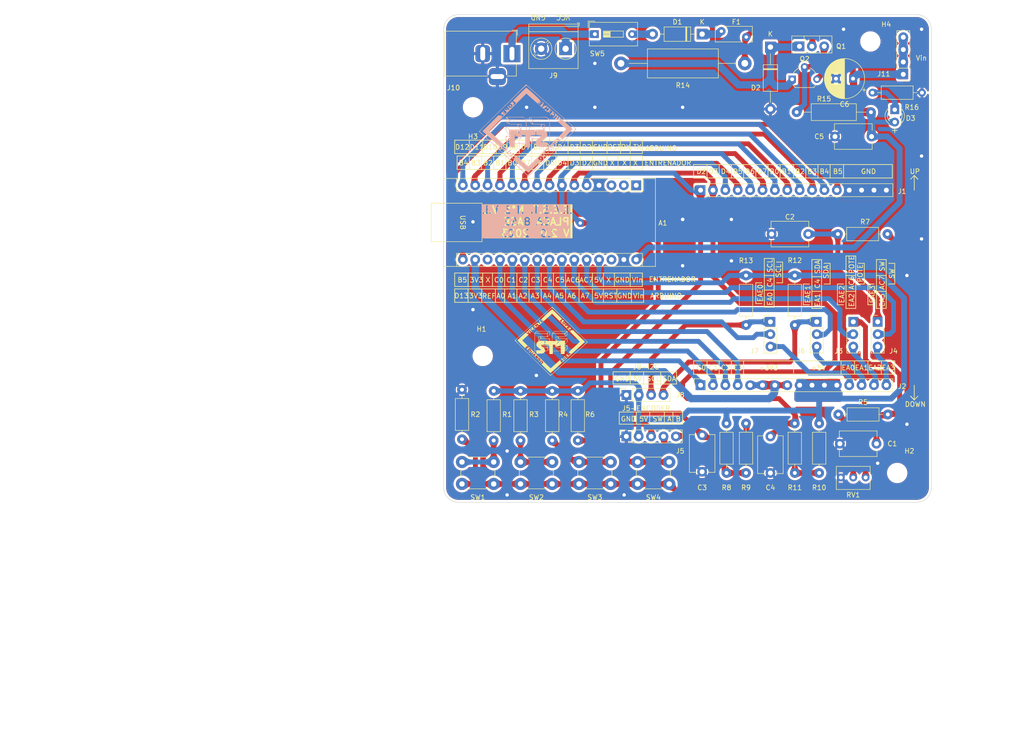
<source format=kicad_pcb>
(kicad_pcb (version 20221018) (generator pcbnew)
  (title_block (title "Placa Base") (date "2023-01-20") (rev "Rev. 2.0") (company "E.E.S.T. N°1 V.L."))
  (layers (0 "F.Cu" signal) (31 "B.Cu" signal) (34 "B.Paste" user) (35 "F.Paste" user) (36 "B.SilkS" user "B.Silkscreen") (37 "F.SilkS" user "F.Silkscreen") (38 "B.Mask" user) (39 "F.Mask" user) (44 "Edge.Cuts" user))
  (net 0 "")
  (net 4 "GND")
  (net 5 "/PD2")
  (net 6 "/PD3")
  (net 7 "/PD4")
  (net 8 "/PD5")
  (net 9 "/PD6")
  (net 10 "/PD7")
  (net 11 "/PB0")
  (net 12 "/PB1")
  (net 13 "/PB2")
  (net 14 "/PB3")
  (net 15 "/PB4")
  (net 16 "/PB5")
  (net 17 "+3.3V")
  (net 19 "/PC0")
  (net 20 "/PC1")
  (net 21 "/PC2")
  (net 22 "/PC3")
  (net 23 "/PC4")
  (net 24 "/PC5")
  (net 25 "/AC6")
  (net 26 "/AC7")
  (net 27 "+5V")
  (net 29 "Vin")
  (net 30 "/pote_filtrado")
  (net 31 "/puls_filtrado")
  (net 32 "Net-(D1-K)")
  (net 33 "Net-(D1-A)")
  (net 34 "Net-(D2-K)")
  (net 35 "Net-(Q1-E)")
  (net 36 "/EAE0")
  (net 37 "/EAE1")
  (net 38 "/EAE2")
  (net 39 "/EAE3")
  (net 40 "/Enc_A")
  (net 41 "/Enc_B")
  (net 42 "/SDA")
  (net 43 "/SCL")
  (net 44 "Net-(Q1-C)")
  (net 45 "Net-(R1-Pad2)")
  (net 46 "/pulsadores")
  (net 47 "Net-(R3-Pad2)")
  (net 48 "Net-(R4-Pad2)")
  (net 49 "/pote")
  (net 50 "Net-(R6-Pad2)")
  (net 51 "/Vcc")
  (net 52 "Net-(D3-K)")
  (footprint "Button_Switch_THT:SW_PUSH_6mm_H8mm" (layer "F.Cu") (at 127.25 136.25 180)
    (fp_text reference "SW1")
    (fp_text value "SW_Push")
  )
  (footprint "MountingHole:MountingHole_3.2mm_M3" (layer "F.Cu") (at 123 59)
    (fp_text reference "H3")
    (fp_text value "MountingHole")
  )
  (footprint "MountingHole:MountingHole_3.2mm_M3" (layer "F.Cu") (at 204.5 45.5)
    (fp_text reference "H4")
    (fp_text value "MountingHole")
  )
  (footprint "LOGO" (layer "F.Cu") (at 139 107)
    (fp_text reference "G***" hide)
    (fp_text value "LOGO" hide)
  )
  (footprint "LED_THT:LED_D3.0mm" (layer "F.Cu") (at 209.5 59.5 -90)
    (fp_text reference "D3")
    (fp_text value "LED")
  )
  (footprint "Resistor_THT:R_Axial_DIN0614_L14.3mm_D5.7mm_P25.40mm_Horizontal" (layer "F.Cu") (at 178.75 50 180)
    (fp_text reference "R14")
    (fp_text value "56 1W")
  )
  (footprint "Connector_PinHeader_2.54mm:PinHeader_1x03_P2.54mm_Vertical" (layer "F.Cu") (at 193.5 103)
    (fp_text reference "J6")
    (fp_text value "Conn_01x03 Macho")
  )
  (footprint "Package_TO_SOT_THT:TO-92L_Wide" (layer "F.Cu") (at 188.46 53.25)
    (fp_text reference "Q2")
    (fp_text value "BC337")
  )
  (footprint "Capacitor_THT:C_Disc_D7.5mm_W5.0mm_P7.50mm" (layer "F.Cu") (at 170 126.25 -90)
    (fp_text reference "C3")
    (fp_text value "100nF poliester ")
  )
  (footprint "Resistor_THT:R_Axial_DIN0207_L6.3mm_D2.5mm_P10.16mm_Horizontal" (layer "F.Cu") (at 144.5 117.17 -90)
    (fp_text reference "R6")
    (fp_text value "9K1 5%")
  )
  (footprint "TerminalBlock_Phoenix:TerminalBlock_Phoenix_PT-1,5-2-5.0-H_1x02_P5.00mm_Horizontal" (layer "F.Cu") (at 142 47 180)
    (fp_text reference "J9")
    (fp_text value "Screw_Terminal_01x02")
  )
  (footprint "Resistor_THT:R_Axial_DIN0207_L6.3mm_D2.5mm_P10.16mm_Horizontal" (layer "F.Cu") (at 197.92 122)
    (fp_text reference "R5")
    (fp_text value "10k 5%")
  )
  (footprint "Button_Switch_THT:SW_DIP_SPSTx01_Slide_9.78x4.72mm_W7.62mm_P2.54mm" (layer "F.Cu") (at 148 44)
    (fp_text reference "SW5")
    (fp_text value "SW_SPST")
  )
  (footprint "Capacitor_THT:C_Disc_D7.5mm_W5.0mm_P7.50mm" (layer "F.Cu") (at 204.75 65 180)
    (fp_text reference "C5")
    (fp_text value "100nF poliester")
  )
  (footprint "Resistor_THT:R_Axial_DIN0207_L6.3mm_D2.5mm_P10.16mm_Horizontal" (layer "F.Cu") (at 208 85 180)
    (fp_text reference "R7")
    (fp_text value "10k 5%")
  )
  (footprint "Resistor_THT:R_Axial_DIN0207_L6.3mm_D2.5mm_P10.16mm_Horizontal" (layer "F.Cu") (at 132.75 117.17 -90)
    (fp_text reference "R3")
    (fp_text value "3K3 5%")
  )
  (footprint "Connector_PinHeader_2.54mm:PinHeader_1x04_P2.54mm_Vertical" (layer "F.Cu") (at 211.25 52.25 180)
    (fp_text reference "J11")
    (fp_text value "Conn_01x04 Macho")
  )
  (footprint "Connector_PinHeader_2.54mm:PinHeader_1x03_P2.54mm_Vertical" (layer "F.Cu") (at 201 103)
    (fp_text reference "J3")
    (fp_text value "Conn_01x03 Macho")
  )
  (footprint "Connector_BarrelJack:BarrelJack_Horizontal" (layer "F.Cu") (at 131 48)
    (fp_text reference "J10")
    (fp_text value "Barrel_Jack 9V")
  )
  (footprint "Capacitor_THT:C_Disc_D7.5mm_W5.0mm_P7.50mm" (layer "F.Cu") (at 205.75 128 180)
    (fp_text reference "C1")
    (fp_text value "100nF poliester ")
  )
  (footprint "Fuse:Fuse_Bourns_MF-RHT050" (layer "F.Cu") (at 173.95 43.4)
    (fp_text reference "F1")
    (fp_text value "MF-RX050/72")
  )
  (footprint "Package_TO_SOT_THT:TO-126-3_Vertical" (layer "F.Cu") (at 189.96 46.499)
    (fp_text reference "Q1")
    (fp_text value "BD139")
  )
  (footprint "Connector_PinHeader_2.54mm:PinHeader_1x03_P2.54mm_Vertical" (layer "F.Cu") (at 184 103)
    (fp_text reference "J7")
    (fp_text value "Conn_01x03 Macho")
  )
  (footprint "Resistor_THT:R_Axial_DIN0309_L9.0mm_D3.2mm_P15.24mm_Horizontal" (layer "F.Cu") (at 189.38 60)
    (fp_text reference "R15")
    (fp_text value "2R2 1/2 W")
  )
  (footprint "Resistor_THT:R_Axial_DIN0207_L6.3mm_D2.5mm_P10.16mm_Horizontal" (layer "F.Cu") (at 139.25 117.17 -90)
    (fp_text reference "R4")
    (fp_text value "5K6 5%")
  )
  (footprint "Connector_PinSocket_2.54mm:PinSocket_1x16_P2.54mm_Vertical" (layer "F.Cu") (at 169.68 116 90)
    (fp_text reference "J2")
    (fp_text value "Conn_01x16 Hembra")
  )
  (footprint "Resistor_THT:R_Axial_DIN0207_L6.3mm_D2.5mm_P10.16mm_Horizontal" (layer "F.Cu") (at 179 93.5 -90)
    (fp_text reference "R13")
    (fp_text value "10K 5%")
  )
  (footprint "Resistor_THT:R_Axial_DIN0207_L6.3mm_D2.5mm_P10.16mm_Horizontal" (layer "F.Cu") (at 179 134 90)
    (fp_text reference "R9")
    (fp_text value "10k 5%")
  )
  (footprint "Resistor_THT:R_Axial_DIN0207_L6.3mm_D2.5mm_P10.16mm_Horizontal" (layer "F.Cu") (at 189 93.5 -90)
    (fp_text reference "R12")
    (fp_text value "10K 5%")
  )
  (footprint "MountingHole:MountingHole_3.2mm_M3" (layer "F.Cu") (at 125 110)
    (fp_text reference "H1")
    (fp_text value "MountingHole")
  )
  (footprint "Diode_THT:D_DO-41_SOD81_P12.70mm_Horizontal" (layer "F.Cu") (at 184 46.65 -90)
    (fp_text reference "D2")
    (fp_text value "Vz = 7V5  1W")
  )
  (footprint "Resistor_THT:R_Axial_DIN0207_L6.3mm_D2.5mm_P10.16mm_Horizontal" (layer "F.Cu") (at 175 123.84 -90)
    (fp_text reference "R8")
    (fp_text value "10K 5%")
  )
  (footprint "Connector_PinSocket_2.54mm:PinSocket_1x16_P2.54mm_Vertical" (layer "F.Cu") (at 169.68 76 90)
    (fp_text reference "J1")
    (fp_text value "Conn_01x16 Hembra")
  )
  (footprint "Capacitor_THT:CP_Radial_D8.0mm_P3.50mm" (layer "F.Cu") (at 200.948651 53.132 180)
    (fp_text reference "C6")
    (fp_text value "100uF x 16V")
  )
  (footprint "Connector_PinSocket_2.54mm:PinSocket_1x05_P2.54mm_Vertical" (layer "F.Cu") (at 154.45 126.5 90)
    (fp_text reference "J5")
    (fp_text value "Conn_01x05 Hembra")
  )
  (footprint "Capacitor_THT:C_Disc_D7.5mm_W5.0mm_P7.50mm" (layer "F.Cu") (at 184 126.5 -90)
    (fp_text reference "C4")
    (fp_text value "100nF poliester ")
  )
  (footprint "Button_Switch_THT:SW_PUSH_6mm_H8mm" (layer "F.Cu") (at 151.25 136.25 180)
    (fp_text reference "SW3")
    (fp_text value "SW_Push")
  )
  (footprint "Resistor_THT:R_Axial_DIN0207_L6.3mm_D2.5mm_P10.16mm_Horizontal" (layer "F.Cu") (at 189 134 90)
    (fp_text reference "R11")
    (fp_text value "10k 5%")
  )
  (footprint "Capacitor_THT:C_Disc_D7.5mm_W5.0mm_P7.50mm" (layer "F.Cu") (at 191.75 85 180)
    (fp_text reference "C2")
    (fp_text value "100nF poliester ")
  )
  (footprint "Potentiometer_THT:Potentiometer_Bourns_3266Y_Vertical" (layer "F.Cu") (at 203.525 134.925)
    (fp_text reference "RV1")
    (fp_text value "10k 5 Vueltas")
  )
  (footprint "Resistor_THT:R_Axial_DIN0207_L6.3mm_D2.5mm_P10.16mm_Horizontal" (layer "F.Cu") (at 120.75 127.08 90)
    (fp_text reference "R2")
    (fp_text value "4K7 5%")
  )
  (footprint "Button_Switch_THT:SW_PUSH_6mm_H8mm" (layer "F.Cu") (at 139.25 136.25 180)
    (fp_text reference "SW2")
    (fp_text value "SW_Push")
  )
  (footprint "Button_Switch_THT:SW_PUSH_6mm_H8mm" (layer "F.Cu") (at 163.25 136.25 180)
    (fp_text reference "SW4")
    (fp_text value "SW_Push")
  )
  (footprint "Connector_PinHeader_2.54mm:PinHeader_1x03_P2.54mm_Vertical" (layer "F.Cu") (at 206 103)
    (fp_text reference "J4")
    (fp_text value "Conn_01x03 Macho")
  )
  (footprint "Resistor_THT:R_Axial_DIN0207_L6.3mm_D2.5mm_P10.16mm_Horizontal" (layer "F.Cu") (at 204.92 56)
    (fp_text reference "R16")
    (fp_text value "330")
  )
  (footprint "Module:Arduino_Nano" (layer "F.Cu") (at 156.48 75 -90)
    (fp_text reference "A1")
    (fp_text value "Arduino_Nano_v3.x")
  )
  (footprint "Resistor_THT:R_Axial_DIN0207_L6.3mm_D2.5mm_P10.16mm_Horizontal" (layer "F.Cu") (at 194 123.84 -90)
    (fp_text reference "R10")
    (fp_text value "10K 5%")
  )
  (footprint "Connector_PinSocket_2.54mm:PinSocket_1x04_P2.54mm_Vertical" (layer "F.Cu") (at 154.46 118 90)
    (fp_text reference "J8")
    (fp_text value "Conn_01x04 Hembra")
  )
  (footprint "Diode_THT:D_DO-41_SOD81_P10.16mm_Horizontal" (layer "F.Cu") (at 170 44 180)
    (fp_text reference "D1")
    (fp_text value "1N5817")
  )
  (footprint "Resistor_THT:R_Axial_DIN0207_L6.3mm_D2.5mm_P10.16mm_Horizontal" (layer "F.Cu") (at 127.25 117.17 -90)
    (fp_text reference "R1")
    (fp_text value "1K 5%")
  )
  (footprint "MountingHole:MountingHole_3.2mm_M3" (layer "F.Cu") (at 210 134)
    (fp_text reference "H2")
    (fp_text value "MountingHole")
  )
  (footprint "LOGO" (layer "B.Cu") (at 134.25 63.75 180)
    (fp_text reference "G***" hide)
    (fp_text value "LOGO" hide)
  )
  (gr_line (start 127 95.75) (end 127 93) (stroke (width 0.15)) (layer "F.SilkS"))
  (gr_line (start 208.25 91) (end 209.5 91) (stroke (width 0.15)) (layer "F.SilkS"))
  (gr_line (start 209 63.75) (end 210 63.75) (stroke (width 0.15)) (layer "F.SilkS"))
  (gr_line (start 207.75 90.25) (end 207.75 100.25) (stroke (width 0.15)) (layer "F.SilkS"))
  (gr_line (start 186.5 95) (end 185.25 95) (stroke (width 0.15)) (layer "F.SilkS"))
  (gr_line (start 192.5 93.75) (end 194.5 93.75) (stroke (width 0.15)) (layer "F.SilkS"))
  (gr_line (start 201.5 89.5) (end 201.5 100.25) (stroke (width 0.15)) (layer "F.SilkS"))
  (gr_line (start 204 95.25) (end 205.25 95.25) (stroke (width 0.15)) (layer "F.SilkS"))
  (gr_line (start 152 95.75) (end 152 93) (stroke (width 0.15)) (layer "F.SilkS"))
  (gr_line (start 191.25 73.5) (end 191.25 70.75) (stroke (width 0.15)) (layer "F.SilkS"))
  (gr_line (start 201.25 113.75) (end 201.25 111) (stroke (width 0.15)) (layer "F.SilkS"))
  (gr_line (start 184.75 90) (end 184.75 100) (stroke (width 0.15)) (layer "F.SilkS"))
  (gr_line (start 209.5 91) (end 209.5 95.25) (stroke (width 0.15)) (layer "F.SilkS"))
  (gr_line (start 142.5 69) (end 142.5 71.75) (stroke (width 0.15)) (layer "F.SilkS"))
  (gr_line (start 190.75 99.5) (end 190.75 95.25) (stroke (width 0.15)) (layer "F.SilkS"))
  (gr_line (start 199.5 100.25) (end 199.5 89.5) (stroke (width 0.15)) (layer "F.SilkS"))
  (gr_line (start 201.5 100.25) (end 199.5 100.25) (stroke (width 0.15)) (layer "F.SilkS"))
  (gr_line (start 119.75 69) (end 157.75 69) (stroke (width 0.15)) (layer "F.SilkS"))
  (gr_line (start 166 121.5) (end 153 121.5) (stroke (width 0.15)) (layer "F.SilkS"))
  (gr_line (start 129.5 95.75) (end 129.5 93) (stroke (width 0.15)) (layer "F.SilkS"))
  (gr_line (start 204 99.5) (end 204 95.25) (stroke (width 0.15)) (layer "F.SilkS"))
  (gr_line (start 130 68.5) (end 130 65.75) (stroke (width 0.15)) (layer "F.SilkS"))
  (gr_line (start 199 99.5) (end 197.75 99.5) (stroke (width 0.15)) (layer "F.SilkS"))
  (gr_line (start 176 73.5) (end 176 70.75) (stroke (width 0.15)) (layer "F.SilkS"))
  (gr_line (start 155.25 95.75) (end 155.25 93) (stroke (width 0.15)) (layer "F.SilkS"))
  (gr_line (start 122.25 71.75) (end 122.25 69) (stroke (width 0.15)) (layer "F.SilkS"))
  (gr_line (start 157.75 68.5) (end 119.25 68.5) (stroke (width 0.15)) (layer "F.SilkS"))
  (gr_line (start 205.25 99.5) (end 204 99.5) (stroke (width 0.15)) (layer "F.SilkS"))
  (gr_line (start 192.5 96.75) (end 194.5 96.75) (stroke (width 0.15)) (layer "F.SilkS"))
  (gr_line (start 205.75 96.75) (end 207.75 96.75) (stroke (width 0.15)) (layer "F.SilkS"))
  (gr_line (start 171 73.5) (end 171 70.75) (stroke (width 0.15)) (layer "F.SilkS"))
  (gr_line (start 196.25 95.25) (end 195 95.25) (stroke (width 0.15)) (layer "F.SilkS"))
  (gr_line (start 153.25 68.5) (end 153.25 65.75) (stroke (width 0.15)) (layer "F.SilkS"))
  (gr_line (start 139.5 96.25) (end 139.5 99) (stroke (width 0.15)) (layer "F.SilkS"))
  (gr_line (start 196.25 73.5) (end 196.25 70.75) (stroke (width 0.15)) (layer "F.SilkS"))
  (gr_line (start 178.5 73.5) (end 178.5 70.75) (stroke (width 0.15)) (layer "F.SilkS"))
  (gr_line (start 119.25 93) (end 157.75 93) (stroke (width 0.15)) (layer "F.SilkS"))
  (gr_line (start 142.5 65.75) (end 142.5 68.5) (stroke (width 0.15)) (layer "F.SilkS"))
  (gr_line (start 135 68.5) (end 135 65.75) (stroke (width 0.15)) (layer "F.SilkS"))
  (gr_line (start 168.25 70.75) (end 209 70.75) (stroke (width 0.15)) (layer "F.SilkS"))
  (gr_line (start 151.75 115.75) (end 164.75 115.75) (stroke (width 0.15)) (layer "F.SilkS"))
  (gr_line (start 182.75 96.5) (end 184.75 96.5) (stroke (width 0.15)) (layer "F.SilkS"))
  (gr_line (start 205.75 100.25) (end 205.75 90.25) (stroke (width 0.15)) (layer "F.SilkS"))
  (gr_line (start 181 99.25) (end 181 95) (stroke (width 0.15)) (layer "F.SilkS"))
  (gr_line (start 212.75 118.25) (end 213.5 119) (stroke (width 0.15)) (layer "F.SilkS"))
  (gr_line (start 144.75 93) (end 144.75 95.75) (stroke (width 0.15)) (layer "F.SilkS"))
  (gr_line (start 199.5 89.5) (end 201.5 89.5) (stroke (width 0.15)) (layer "F.SilkS"))
  (gr_line (start 137.5 68.5) (end 137.5 65.75) (stroke (width 0.15)) (layer "F.SilkS"))
  (gr_line (start 209.5 111) (end 209.5 113.75) (stroke (width 0.15)) (layer "F.SilkS"))
  (gr_line (start 147.5 69) (end 147.5 71.75) (stroke (width 0.15)) (layer "F.SilkS"))
  (gr_line (start 159.25 124) (end 159.25 121.5) (stroke (width 0.15)) (layer "F.SilkS"))
  (gr_line (start 181 95) (end 182.25 95) (stroke (width 0.15)) (layer "F.SilkS"))
  (gr_line (start 155.25 71.75) (end 155.25 69) (stroke (width 0.15)) (layer "F.SilkS"))
  (gr_line (start 150.5 71.75) (end 150.5 69) (stroke (width 0.15)) (layer "F.SilkS"))
  (gr_line (start 207.75 100.25) (end 205.75 100.25) (stroke (width 0.15)) (layer "F.SilkS"))
  (gr_line (start 198.5 113.75) (end 198.5 111) (stroke (width 0.15)) (layer "F.SilkS"))
  (gr_line (start 153 124) (end 166 124) (stroke (width 0.15)) (layer "F.SilkS"))
  (gr_line (start 164.75 115.75) (end 164.75 113.25) (stroke (width 0.15)) (layer "F.SilkS"))
  (gr_line (start 155.25 115.75) (end 155.25 113.25) (stroke (width 0.15)) (layer "F.SilkS"))
  (gr_line (start 145 69) (end 145 71.75) (stroke (width 0.15)) (layer "F.SilkS"))
  (gr_line (start 125 95.75) (end 125 93) (stroke (width 0.15)) (layer "F.SilkS"))
  (gr_line (start 161.5 115.75) (end 161.5 113.25) (stroke (width 0.15)) (layer "F.SilkS"))
  (gr_line (start 158 99) (end 158 96.25) (stroke (width 0.15)) (layer "F.SilkS"))
  (gr_line (start 186.5 90.75) (end 186.5 95) (stroke (width 0.15)) (layer "F.SilkS"))
  (gr_line (start 142 93) (end 142 95.75) (stroke (width 0.15)) (layer "F.SilkS"))
  (gr_line (start 214.25 73.75) (end 213.5 73) (stroke (width 0.15)) (layer "F.SilkS"))
  (gr_line (start 132.5 68.5) (end 132.5 65.75) (stroke (width 0.15)) (layer "F.SilkS"))
  (gr_line (start 129.5 99) (end 129.5 96.25) (stroke (width 0.15)) (layer "F.SilkS"))
  (gr_line (start 155.25 68.5) (end 155.25 65.75) (stroke (width 0.15)) (layer "F.SilkS"))
  (gr_line (start 184.75 100) (end 182.75 100) (stroke (width 0.15)) (layer "F.SilkS"))
  (gr_line (start 144.75 96.25) (end 144.75 99) (stroke (width 0.15)) (layer "F.SilkS"))
  (gr_line (start 168.25 113.75) (end 168.25 111) (stroke (width 0.15)) (layer "F.SilkS"))
  (gr_line (start 137.5 71.75) (end 137.5 69) (stroke (width 0.15)) (layer "F.SilkS"))
  (gr_line (start 205.75 90.25) (end 207.75 90.25) (stroke (width 0.15)) (layer "F.SilkS"))
  (gr_line (start 142 96.25) (end 142 99) (stroke (width 0.15)) (layer "F.SilkS"))
  (gr_line (start 209 73.5) (end 168.25 73.5) (stroke (width 0.15)) (layer "F.SilkS"))
  (gr_line (start 132 95.75) (end 132 93) (stroke (width 0.15)) (layer "F.SilkS"))
  (gr_line (start 157.75 71.75) (end 119.75 71.75) (stroke (width 0.15)) (layer "F.SilkS"))
  (gr_line (start 135 71.75) (end 135 69) (stroke (width 0.15)) (layer "F.SilkS"))
  (gr_line (start 204 113.75) (end 204 111) (stroke (width 0.15)) (layer "F.SilkS"))
  (gr_line (start 119.25 95.75) (end 119.25 93) (stroke (width 0.15)) (layer "F.SilkS"))
  (gr_line (start 209 70.75) (end 209 73.5) (stroke (width 0.15)) (layer "F.SilkS"))
  (gr_line (start 151.75 113.25) (end 151.75 115.75) (stroke (width 0.15)) (layer "F.SilkS"))
  (gr_line (start 137 95.75) (end 137 93) (stroke (width 0.15)) (layer "F.SilkS"))
  (gr_line (start 194.5 100.25) (end 192.5 100.25) (stroke (width 0.15)) (layer "F.SilkS"))
  (gr_line (start 182.75 100) (end 182.75 90) (stroke (width 0.15)) (layer "F.SilkS"))
  (gr_line (start 176 113.75) (end 176 111) (stroke (width 0.15)) (layer "F.SilkS"))
  (gr_line (start 168.25 73.5) (end 168.25 70.75) (stroke (width 0.15)) (layer "F.SilkS"))
  (gr_line (start 124.8 99) (end 124.8 96.25) (stroke (width 0.15)) (layer "F.SilkS"))
  (gr_line (start 152.5 99) (end 152.5 96.25) (stroke (width 0.15)) (layer "F.SilkS"))
  (gr_line (start 129.75 71.75) (end 129.75 69) (stroke (width 0.15)) (layer "F.SilkS"))
  (gr_line (start 183.5 73.5) (end 183.5 70.75) (stroke (width 0.15)) (layer "F.SilkS"))
  (gr_line (start 164 124) (end 164 121.5) (stroke (width 0.15)) (layer "F.SilkS"))
  (gr_line (start 185.25 90.75) (end 186.5 90.75) (stroke (width 0.15)) (layer "F.SilkS"))
  (gr_line (start 164.75 113.25) (end 151.75 113.25) (stroke (width 0.15)) (layer "F.SilkS"))
  (gr_line (start 197.75 99.5) (end 197.75 95.25) (stroke (width 0.15)) (layer "F.SilkS"))
  (gr_line (start 192.5 100.25) (end 192.5 90.25) (stroke (width 0.15)) (layer "F.SilkS"))
  (gr_line (start 119.25 68.5) (end 119.25 65.75) (stroke (width 0.15)) (layer "F.SilkS"))
  (gr_line (start 145 65.75) (end 145 68.5) (stroke (width 0.15)) (layer "F.SilkS"))
  (gr_line (start 152.75 71.75) (end 152.75 69) (stroke (width 0.15)) (layer "F.SilkS"))
  (gr_line (start 202 91) (end 203.25 91) (stroke (width 0.15)) (layer "F.SilkS"))
  (gr_line (start 173.5 73.5) (end 173.5 70.75) (stroke (width 0.15)) (layer "F.SilkS"))
  (gr_line (start 203.25 95.25) (end 202 95.25) (stroke (width 0.15)) (layer "F.SilkS"))
  (gr_line (start 197.75 95.25) (end 199 95.25) (stroke (width 0.15)) (layer "F.SilkS"))
  (gr_line (start 140 65.75) (end 140 68.5) (stroke (width 0.15)) (layer "F.SilkS"))
  (gr_line (start 162.25 124) (end 162.25 121.5) (stroke (width 0.15)) (layer "F.SilkS"))
  (gr_line (start 199.5 93.5) (end 201.5 93.5) (stroke (width 0.15)) (layer "F.SilkS"))
  (gr_line (start 122.25 68.5) (end 122.25 65.75) (stroke (width 0.15)) (layer "F.SilkS"))
  (gr_line (start 206.75 113.75) (end 206.75 111) (stroke (width 0.15)) (layer "F.SilkS"))
  (gr_line (start 149.75 95.75) (end 149.75 93) (stroke (width 0.15)) (layer "F.SilkS"))
  (gr_line (start 132 99) (end 132 96.25) (stroke (width 0.15)) (layer "F.SilkS"))
  (gr_line (start 195 91) (end 196.25 91) (stroke (width 0.15)) (layer "F.SilkS"))
  (gr_line (start 147.5 96.25) (end 147.5 99) (stroke (width 0.15)) (layer "F.SilkS"))
  (gr_line (start 209.5 64.25) (end 209.5 63.25) (stroke (width 0.15)) (layer "F.SilkS"))
  (gr_line (start 213.5 73) (end 214.25 73.75) (stroke (width 0.15)) (layer "F.SilkS"))
  (gr_line (start 127.25 71.75) (end 127.25 69) (stroke (width 0.15)) (layer "F.SilkS"))
  (gr_line (start 158 115.75) (end 158 113.25) (stroke (width 0.15)) (layer "F.SilkS"))
  (gr_line (start 156.5 124) (end 156.5 121.5) (stroke (width 0.15)) (layer "F.SilkS"))
  (gr_line (start 134.5 99) (end 134.5 96.25) (stroke (width 0.15)) (layer "F.SilkS"))
  (gr_line (start 122 99) (end 122 96.25) (stroke (width 0.15)) (layer "F.SilkS"))
  (gr_line (start 119.25 96.25) (end 158 96.25) (stroke (width 0.15)) (layer "F.SilkS"))
  (gr_line (start 150.5 68.5) (end 150.5 65.75) (stroke (width 0.15)) (layer "F.SilkS"))
  (gr_line (start 127.75 68.5) (end 127.75 65.75) (stroke (width 0.15)) (layer "F.SilkS"))
  (gr_line (start 181 73.5) (end 181 70.75) (stroke (width 0.15)) (layer "F.SilkS"))
  (gr_line (start 209.5 113.75) (end 168.25 113.75) (stroke (width 0.15)) (layer "F.SilkS"))
  (gr_line (start 134.5 95.75) (end 134.5 93) (stroke (width 0.15)) (layer "F.SilkS"))
  (gr_line (start 203.25 91) (end 203.25 95.25) (stroke (width 0.15)) (layer "F.SilkS"))
  (gr_line (start 137 99) (end 137 96.25) (stroke (width 0.15)) (layer "F.SilkS"))
  (gr_line (start 199 73.5) (end 199 70.75) (stroke (width 0.15)) (layer "F.SilkS"))
  (gr_line (start 147.5 65.75) (end 147.5 68.5) (stroke (width 0.15)) (layer "F.SilkS"))
  (gr_line (start 182.75 90) (end 184.75 90) (stroke (width 0.15)) (layer "F.SilkS"))
  (gr_line (start 205.75 93.5) (end 207.75 93.5) (stroke (width 0.15)) (layer "F.SilkS"))
  (gr_line (start 171 113.75) (end 171 111) (stroke (width 0.15)) (layer "F.SilkS"))
  (gr_line (start 190.75 95.25) (end 192 95.25) (stroke (width 0.15)) (layer "F.SilkS"))
  (gr_line (start 158 99) (end 119.25 99) (stroke (width 0.15)) (layer "F.SilkS"))
  (gr_line (start 186 73.5) (end 186 70.75) (stroke (width 0.15)) (layer "F.SilkS"))
  (gr_line (start 182.25 99.25) (end 181 99.25) (stroke (width 0.15)) (layer "F.SilkS"))
  (gr_line (start 168.25 111) (end 209.5 111) (stroke (width 0.15)) (layer "F.SilkS"))
  (gr_line (start 157.75 95.75) (end 157.75 93) (stroke (width 0.15)) (layer "F.SilkS"))
  (gr_line (start 125 68.5) (end 125 65.75) (stroke (width 0.15)) (layer "F.SilkS"))
  (gr_line (start 192 99.5) (end 190.75 99.5) (stroke (width 0.15)) (layer "F.SilkS"))
  (gr_line (start 149.75 99) (end 149.75 96.25) (stroke (width 0.15)) (layer "F.SilkS"))
  (gr_line (start 119.25 99) (end 119.25 96.25) (stroke (width 0.15)) (layer "F.SilkS"))
  (gr_line (start 124.75 71.75) (end 124.75 69) (stroke (width 0.15)) (layer "F.SilkS"))
  (gr_line (start 209.5 95.25) (end 208.25 95.25) (stroke (width 0.15)) (layer "F.SilkS"))
  (gr_line (start 199.5 96.75) (end 201.5 96.75) (stroke (width 0.15)) (layer "F.SilkS"))
  (gr_line (start 213.5 119) (end 214.25 118.25) (stroke (width 0.15)) (layer "F.SilkS"))
  (gr_line (start 213.5 73) (end 212.75 73.75) (stroke (width 0.15)) (layer "F.SilkS"))
  (gr_line (start 119.25 65.75) (end 157.75 65.75) (stroke (width 0.15)) (layer "F.SilkS"))
  (gr_line (start 140 69) (end 140 71.75) (stroke (width 0.15)) (layer "F.SilkS"))
  (gr_line (start 173.5 113.75) (end 173.5 111) (stroke (width 0.15)) (layer "F.SilkS"))
  (gr_line (start 122 95.75) (end 122 93) (stroke (width 0.15)) (layer "F.SilkS"))
  (gr_line (start 178.5 113.75) (end 178.5 111) (stroke (width 0.15)) (layer "F.SilkS"))
  (gr_line (start 194.5 90.25) (end 194.5 100.25) (stroke (width 0.15)) (layer "F.SilkS"))
  (gr_line (start 166 124) (end 166 121.5) (stroke (width 0.15)) (layer "F.SilkS"))
  (gr_line (start 153 121.5) (end 153 124) (stroke (width 0.15)) (layer "F.SilkS"))
  (gr_line (start 155.5 99) (end 155.5 96.25) (stroke (width 0.15)) (layer "F.SilkS"))
  (gr_line (start 139.5 93) (end 139.5 95.75) (stroke (width 0.15)) (layer "F.SilkS"))
  (gr_line (start 132.5 71.75) (end 132.5 69) (stroke (width 0.15)) (layer "F.SilkS"))
  (gr_line (start 182.75 93.5) (end 184.75 93.5) (stroke (width 0.15)) (layer "F.SilkS"))
  (gr_line (start 147.5 93) (end 147.5 95.75) (stroke (width 0.15)) (layer "F.SilkS"))
  (gr_line (start 193.75 73.5) (end 193.75 70.75) (stroke (width 0.15)) (layer "F.SilkS"))
  (gr_line (start 196.25 91) (end 196.25 95.25) (stroke (width 0.15)) (layer "F.SilkS"))
  (gr_line (start 127.6 99) (end 127.6 96.25) (stroke (width 0.15)) (layer "F.SilkS"))
  (gr_line (start 157.75 71.75) (end 157.75 69) (stroke (width 0.15)) (layer "F.SilkS"))
  (gr_line (start 213.5 76) (end 213.5 73) (stroke (width 0.15)) (layer "F.SilkS"))
  (gr_line (start 157.75 68.5) (end 157.75 65.75) (stroke (width 0.15)) (layer "F.SilkS"))
  (gr_line (start 188.75 111) (end 188.75 113.5) (stroke (width 0.15)) (layer "F.SilkS"))
  (gr_line (start 192.5 90.25) (end 194.5 90.25) (stroke (width 0.15)) (layer "F.SilkS"))
  (gr_line (start 157.75 95.75) (end 119.25 95.75) (stroke (width 0.15)) (layer "F.SilkS"))
  (gr_line (start 213.5 119) (end 212.75 118.25) (stroke (width 0.15)) (layer "F.SilkS"))
  (gr_line (start 119.75 71.75) (end 119.75 69) (stroke (width 0.15)) (layer "F.SilkS"))
  (gr_line (start 213.5 119) (end 213.5 116) (stroke (width 0.15)) (layer "F.SilkS"))
  (gr_line (start 188.75 70.75) (end 188.75 73.5) (stroke (width 0.15)) (layer "F.SilkS"))
  (gr_line (start 117 137) (end 117 43) (stroke (width 0.1)) (layer "Edge.Cuts"))
  (gr_arc (start 117 43) (mid 117.87868 40.87868) (end 120 40) (stroke (width 0.1)) (layer "Edge.Cuts"))
  (gr_line (start 120 40) (end 214 40) (stroke (width 0.1)) (layer "Edge.Cuts"))
  (gr_arc (start 217 137) (mid 216.12132 139.12132) (end 214 140) (stroke (width 0.1)) (layer "Edge.Cuts"))
  (gr_arc (start 214 40) (mid 216.12132 40.87868) (end 217 43) (stroke (width 0.1)) (layer "Edge.Cuts"))
  (gr_line (start 217 43) (end 217 137) (stroke (width 0.1)) (layer "Edge.Cuts"))
  (gr_line (start 214 140) (end 120 140) (stroke (width 0.1)) (layer "Edge.Cuts"))
  (gr_arc (start 120 140) (mid 117.87868 139.12132) (end 117 137) (stroke (width 0.1)) (layer "Edge.Cuts"))
  (gr_text "E.E.S.T. N°1 V.L\nPLACA BASE \nV 2.0  2023" (at 143 85.75) (layer "B.SilkS" knockout) (effects (font (size 1.5 1.5) (thickness 0.3) bold) (justify left bottom mirror)))
  (gr_text "+3V3" (at 181.5 113) (layer "F.SilkS") (effects (font (size 1 1)) (justify left bottom)))
  (gr_text "AC6" (at 201.25 96.5 90) (layer "F.SilkS") (effects (font (size 1 1)) (justify left bottom)))
  (gr_text "C4" (at 184.5 96 90) (layer "F.SilkS") (effects (font (size 1 1)) (justify left bottom)))
  (gr_text "SDA" (at 196 94.25 90) (layer "F.SilkS") (effects (font (size 1 1)) (justify left bottom)))
  (gr_text "D7" (at 132.75 67.75) (layer "F.SilkS") (effects (font (size 1 1)) (justify left bottom)))
  (gr_text "X" (at 153.5 71) (layer "F.SilkS") (effects (font (size 1 1)) (justify left bottom)))
  (gr_text "EA1" (at 201.25 113) (layer "F.SilkS") (effects (font (size 1 1)) (justify left bottom)))
  (gr_text "EA3" (at 207.5 100 90) (layer "F.SilkS") (effects (font (size 1 1)) (justify left bottom)))
  (gr_text "C5" (at 139.75 95) (layer "F.SilkS") (effects (font (size 1 1)) (justify left bottom)))
  (gr_text "B4" (at 194 72.75) (layer "F.SilkS") (effects (font (size 1 1)) (justify left bottom)))
  (gr_text "A3" (at 134.75 98.25) (layer "F.SilkS") (effects (font (size 1 1)) (justify left bottom)))
  (gr_text "C3" (at 176.25 113) (layer "F.SilkS") (effects (font (size 1 1)) (justify left bottom)))
  (gr_text "EA2" (at 204 113) (layer "F.SilkS") (effects (font (size 1 1)) (justify left bottom)))
  (gr_text "EAE3" (at 205.5 99.25 90) (layer "F.SilkS") (effects (font (size 1 1)) (justify left bottom)))
  (gr_text "D4" (at 173.75 72.75) (layer "F.SilkS") (effects (font (size 1 1)) (justify left bottom)))
  (gr_text "A1" (at 130 98.25) (layer "F.SilkS") (effects (font (size 1 1)) (justify left bottom)))
  (gr_text "B3" (at 122.5 71) (layer "F.SilkS") (effects (font (size 1 1)) (justify left bottom)))
  (gr_text "B" (at 164.5 123.5) (layer "F.SilkS") (effects (font (size 1 1)) (justify left bottom)))
  (gr_text "D6" (at 135.25 71) (layer "F.SilkS") (effects (font (size 1 1)) (justify left bottom)))
  (gr_text "C4" (at 137.25 95) (layer "F.SilkS") (effects (font (size 1 1)) (justify left bottom)))
  (gr_text "5V" (at 147.75 95) (layer "F.SilkS") (effects (font (size 1 1)) (justify left bottom)))
  (gr_text "D3" (at 171.25 72.75) (layer "F.SilkS") (effects (font (size 1 1)) (justify left bottom)))
  (gr_text "C2" (at 132.25 95) (layer "F.SilkS") (effects (font (size 1 1)) (justify left bottom)))
  (gr_text "SDA" (at 194.25 93.25 90) (layer "F.SilkS") (effects (font (size 1 1)) (justify left bottom)))
  (gr_text "EA0" (at 184.5 99.75 90) (layer "F.SilkS") (effects (font (size 1 1)) (justify left bottom)))
  (gr_text "5V" (at 155.75 115.25) (layer "F.SilkS") (effects (font (size 1 1)) (justify left bottom)))
  (gr_text "EA3" (at 206.75 113) (layer "F.SilkS") (effects (font (size 1 1)) (justify left bottom)))
  (gr_text "EAE0" (at 182.5 99 90) (layer "F.SilkS") (effects (font (size 1 1)) (justify left bottom)))
  (gr_text "POTE" (at 201.25 93.25 90) (layer "F.SilkS") (effects (font (size 1 1)) (justify left bottom)))
  (gr_text "RST" (at 149.75 98.25) (layer "F.SilkS") (effects (font (size 1 1)) (justify left bottom)))
  (gr_text "SCL" (at 158.5 115.25) (layer "F.SilkS") (effects (font (size 1 1)) (justify left bottom)))
  (gr_text "AC7" (at 207.5 96.5 90) (layer "F.SilkS") (effects (font (size 1 1)) (justify left bottom)))
  (gr_text "B5" (at 119.75 95) (layer "F.SilkS") (effects (font (size 1 1)) (justify left bottom)))
  (gr_text "D7" (at 132.75 71) (layer "F.SilkS") (effects (font (size 1 1)) (justify left bottom)))
  (gr_text "ARDUINO" (at 159.25 98.25) (layer "F.SilkS") (effects (font (size 1 1)) (justify left bottom)))
  (gr_text "A" (at 162.75 123.5) (layer "F.SilkS") (effects (font (size 1 1)) (justify left bottom)))
  (gr_text "D2" (at 168.75 72.75) (layer "F.SilkS") (effects (font (size 1 1)) (justify left bottom)))
  (gr_text "AC6" (at 142 95) (layer "F.SilkS") (effects (font (size 1 1)) (justify left bottom)))
  (gr_text "GND" (at 152 95) (layer "F.SilkS") (effects (font (size 1 1)) (justify left bottom)))
  (gr_text "A5" (at 139.75 98.25) (layer "F.SilkS") (effects (font (size 1 1)) (justify left bottom)))
  (gr_text "Vin" (at 155.75 98.25) (layer "F.SilkS") (effects (font (size 1 1)) (justify left bottom)))
  (gr_text "D9" (at 128 67.75) (layer "F.SilkS") (effects (font (size 1 1)) (justify left bottom)))
  (gr_text "GND" (at 152 115.25) (layer "F.SilkS") (effects (font (size 1 1)) (justify left bottom)))
  (gr_text "GND" (at 147.5 71) (layer "F.SilkS") (effects (font (size 1 1)) (justify left bottom)))
  (gr_text "SCL" (at 186.25 94 90) (layer "F.SilkS") (effects (font (size 1 1)) (justify left bottom)))
  (gr_text "C0" (at 127.25 95) (layer "F.SilkS") (effects (font (size 1 1)) (justify left bottom)))
  (gr_text "DOWN" (at 211.5 120.5) (layer "F.SilkS") (effects (font (size 1 1)) (justify left bottom)))
  (gr_text "SW" (at 209.5 94.25 90) (layer "F.SilkS") (effects (font (size 1 1)) (justify left bottom)))
  (gr_text "D11" (at 122.25 67.75) (layer "F.SilkS") (effects (font (size 1 1)) (justify left bottom)))
  (gr_text "SW" (at 207.5 92.75 90) (layer "F.SilkS") (effects (font (size 1 1)) (justify left bottom)))
  (gr_text "C2" (at 173.75 113) (layer "F.SilkS") (effects (font (size 1 1)) (justify left bottom)))
  (gr_text "C0" (at 168.75 113) (layer "F.SilkS") (effects (font (size 1 1)) (justify left bottom)))
  (gr_text "3V3" (at 122.1 98.25) (layer "F.SilkS") (effects (font (size 1 1)) (justify left bottom)))
  (gr_text "A7" (at 145 98.25) (layer "F.SilkS") (effects (font (size 1 1)) (justify left bottom)))
  (gr_text "UP" (at 212.5 72.75) (layer "F.SilkS") (effects (font (size 1 1)) (justify left bottom)))
  (gr_text "+5V" (at 192.25 113) (layer "F.SilkS") (effects (font (size 1 1)) (justify left bottom)))
  (gr_text "EAE1" (at 192.25 99.25 90) (layer "F.SilkS") (effects (font (size 1 1)) (justify left bottom)))
  (gr_text "REF" (at 124.8 98.3) (layer "F.SilkS") (effects (font (size 1 1)) (justify left bottom)))
  (gr_text "A0" (at 127.7 98.25) (layer "F.SilkS") (effects (font (size 1 1)) (justify left bottom)))
  (gr_text "EA1" (at 194.25 100 90) (layer "F.SilkS") (effects (font (size 1 1)) (justify left bottom)))
  (gr_text "Vin" (at 213.75 49.5) (layer "F.SilkS") (effects (font (size 1 1)) (justify left bottom)))
  (gr_text "SCL" (at 184.5 93 90) (layer "F.SilkS") (effects (font (size 1 1)) (justify left bottom)))
  (gr_text "B4" (at 120 71) (layer "F.SilkS") (effects (font (size 1 1)) (justify left bottom)))
  (gr_text "D4" (at 140.25 71) (layer "F.SilkS") (effects (font (size 1 1)) (justify left bottom)))
  (gr_text "A2" (at 132.25 98.25) (layer "F.SilkS") (effects (font (size 1 1)) (justify left bottom)))
  (gr_text "D8" (at 130.25 67.75) (layer "F.SilkS") (effects (font (size 1 1)) (justify left bottom)))
  (gr_text "B1" (at 127.5 71) (layer "F.SilkS") (effects (font (size 1 1)) (justify left bottom)))
  (gr_text "D6" (at 178.75 72.75) (layer "F.SilkS") (effects (font (size 1 1)) (justify left bottom)))
  (gr_text "E.E.S.T. N°1 V.L\nPLACA BASE \nV 2.0  2023" (at 125.25 85.75) (layer "F.SilkS" knockout) (effects (font (size 1.5 1.5) (thickness 0.3) bold) (justify left bottom)))
  (gr_text "C3" (at 134.75 95) (layer "F.SilkS") (effects (font (size 1 1)) (justify left bottom)))
  (gr_text "D2" (at 145.25 71) (layer "F.SilkS") (effects (font (size 1 1)) (justify left bottom)))
  (gr_text "C4" (at 194.25 96.25 90) (layer "F.SilkS") (effects (font (size 1 1)) (justify left bottom)))
  (gr_text "X" (at 155.75 71) (layer "F.SilkS") (effects (font (size 1 1)) (justify left bottom)))
  (gr_text "D5" (at 137.75 71) (layer "F.SilkS") (effects (font (size 1 1)) (justify left bottom)))
  (gr_text "SW" (at 159.75 123.5) (layer "F.SilkS") (effects (font (size 1 1)) (justify left bottom)))
  (gr_text "GND" (at 138 40 180) (layer "F.SilkS") (effects (font (size 1 1)) (justify left bottom)))
  (gr_text "GND" (at 152.5 98.25) (layer "F.SilkS") (effects (font (size 1 1)) (justify left bottom)))
  (gr_text "B1" (at 186.25 72.75) (layer "F.SilkS") (effects (font (size 1 1)) (justify left bottom)))
  (gr_text "D4" (at 140.25 67.75) (layer "F.SilkS") (effects (font (size 1 1)) (justify left bottom)))
  (gr_text "GND" (at 153.25 123.5) (layer "F.SilkS") (effects (font (size 1 1)) (justify left bottom)))
  (gr_text "D3" (at 142.75 67.75) (layer "F.SilkS") (effects (font (size 1 1)) (justify left bottom)))
  (gr_text "3V3" (at 122.25 95) (layer "F.SilkS") (effects (font (size 1 1)) (justify left bottom)))
  (gr_text "D6" (at 135.25 67.75) (layer "F.SilkS") (effects (font (size 1 1)) (justify left bottom)))
  (gr_text "EA0" (at 198.5 113) (layer "F.SilkS") (effects (font (size 1 1)) (justify left bottom)))
  (gr_text "D13" (at 119.1 98.25) (layer "F.SilkS") (effects (font (size 1 1)) (justify left bottom)))
  (gr_text "B2" (at 125 71) (layer "F.SilkS") (effects (font (size 1 1)) (justify left bottom)))
  (gr_text "D3" (at 142.75 71) (layer "F.SilkS") (effects (font (size 1 1)) (justify left bottom)))
  (gr_text "ARDUINO" (at 158.25 68) (layer "F.SilkS") (effects (font (size 1 1)) (justify left bottom)))
  (gr_text "C1" (at 129.75 95) (layer "F.SilkS") (effects (font (size 1 1)) (justify left bottom)))
  (gr_text "D12" (at 119.25 67.75) (layer "F.SilkS") (effects (font (size 1 1)) (justify left bottom)))
  (gr_text "C1" (at 171.25 113) (layer "F.SilkS") (effects (font (size 1 1)) (justify left bottom)))
  (gr_text "D2" (at 145.25 67.75) (layer "F.SilkS") (effects (font (size 1 1)) (justify left bottom)))
  (gr_text "B5" (at 196.75 72.75) (layer "F.SilkS") (effects (font (size 1 1)) (justify left bottom)))
  (gr_text "ENTRENADOR" (at 158.1 71) (layer "F.SilkS") (effects (font (size 1 1)) (justify left bottom)))
  (gr_text "EAE2" (at 199.25 99.25 90) (layer "F.SilkS") (effects (font (size 1 1)) (justify left bottom)))
  (gr_text "D5" (at 176.25 72.75) (layer "F.SilkS") (effects (font (size 1 1)) (justify left bottom)))
  (gr_text "B2" (at 189 72.75) (layer "F.SilkS") (effects (font (size 1 1)) (justify left bottom)))
  (gr_text "X" (at 151 71) (layer "F.SilkS") (effects (font (size 1 1)) (justify left bottom)))
  (gr_text "J8-I2C" (at 158.5 112.25) (layer "F.SilkS") (effects (font (size 1 1))))
  (gr_text "AC7" (at 144.75 95) (layer "F.SilkS") (effects (font (size 1 1)) (justify left bottom)))
  (gr_text "A4" (at 137.25 98.25) (layer "F.SilkS") (effects (font (size 1 1)) (justify left bottom)))
  (gr_text "RST" (at 150.5 67.75) (layer "F.SilkS") (effects (font (size 1 1)) (justify left bottom)))
  (gr_text "POTE" (at 203 95 90) (layer "F.SilkS") (effects (font (size 1 1)) (justify left bottom)))
  (gr_text "B3" (at 191.5 72.75) (layer "F.SilkS") (effects (font (size 1 1)) (justify left bottom)))
  (gr_text "B0" (at 130 71) (layer "F.SilkS") (effects (font (size 1 1)) (justify left bottom)))
  (gr_text "D5" (at 137.75 67.75) (layer "F.SilkS") (effects (font (size 1 1)) (justify left bottom)))
  (gr_text "VCC" (at 143 40 180) (layer "F.SilkS") (effects (font (size 1 1)) (justify left bottom)))
  (gr_text "D7" (at 181.25 72.75) (layer "F.SilkS") (effects (font (size 1 1)) (justify left bottom)))
  (gr_text "TX" (at 155.75 67.75) (layer "F.SilkS") (effects (font (size 1 1)) (justify left bottom)))
  (gr_text "X" (at 150.25 95) (layer "F.SilkS") (effects (font (size 1 1)) (justify left bottom)))
  (gr_text "X" (at 125.5 95) (layer "F.SilkS") (effects (font (size 1 1)) (justify left bottom)))
  (gr_text "RX" (at 153.25 67.75) (layer "F.SilkS") (effects (font (size 1 1)) (justify left bottom)))
  (gr_text "SDA" (at 161.75 115.25) (layer "F.SilkS") (effects (font (size 1 1)) (justify left bottom)))
  (gr_text "Vin" (at 155.5 95) (layer "F.SilkS") (effects (font (size 1 1)) (justify left bottom)))
  (gr_text "GND" (at 202.5 72.75) (layer "F.SilkS") (effects (font (size 1 1)) (justify left bottom)))
  (gr_text "A6" (at 142.25 98.25) (layer "F.SilkS") (effects (font (size 1 1)) (justify left bottom)))
  (gr_text "B0" (at 183.75 72.75) (layer "F.SilkS") (effects (font (size 1 1)) (justify left bottom)))
  (gr_text "5V" (at 147.75 98.25) (layer "F.SilkS") (effects (font (size 1 1)) (justify left bottom)))
  (gr_text "EA2" (at 201.25 100 90) (layer "F.SilkS") (effects (font (size 1 1)) (justify left bottom)))
  (gr_text "5V" (at 157 123.5) (layer "F.SilkS") (effects (font (size 1 1)) (justify left bottom)))
  (gr_text "GND" (at 147.5 67.75) (layer "F.SilkS") (effects (font (size 1 1)) (justify left bottom)))
  (gr_text "ENTRENADOR" (at 159 94.875) (layer "F.SilkS") (effects (font (size 1 1)) (justify left bottom)))
  (gr_text "D10" (at 125 67.75) (layer "F.SilkS") (effects (font (size 1 1)) (justify left bottom)))
  (gr_text "J5-ENCODER" (at 158.5 120.75) (layer "F.SilkS") (effects (font (size 1 1))))
  (segment (start 202.7 76) (end 205.24 76) (width 1) (layer "F.Cu") (net 4))
  (segment (start 200.16 76) (end 202.7 76) (width 1) (layer "F.Cu") (net 4))
  (segment (start 205.24 76) (end 207.78 76) (width 1) (layer "F.Cu") (net 4))
  (via (at 166 82) (size 1.5) (drill 0.7) (layers "F.Cu" "B.Cu") (net 4))
  (via (at 215 86) (size 1.5) (drill 0.7) (layers "F.Cu" "B.Cu") (net 4))
  (via (at 199 43) (size 1.5) (drill 0.7) (layers "F.Cu" "B.Cu") (net 4))
  (via (at 212 93.5) (size 1.5) (drill 0.7) (layers "F.Cu" "B.Cu") (net 4))
  (via (at 148 50) (size 1.5) (drill 0.7) (layers "F.Cu" "B.Cu") (net 4))
  (via (at 215 43) (size 1.5) (drill 0.7) (layers "F.Cu" "B.Cu") (net 4))
  (via (at 166 91.5) (size 1.5) (drill 0.7) (layers "F.Cu" "B.Cu") (net 4))
  (via (at 212 124) (size 1.5) (drill 0.7) (layers "F.Cu" "B.Cu") (net 4))
  (via (at 134 59) (size 1.5) (drill 0.7) (layers "F.Cu" "B.Cu") (net 4))
  (via (at 154 138.5) (size 1.5) (drill 0.7) (layers "F.Cu" "B.Cu") (net 4))
  (via (at 130 138.5) (size 1.5) (drill 0.7) (layers "F.Cu" "B.Cu") (net 4))
  (via (at 206 132) (size 1.5) (drill 0.7) (layers "F.Cu" "B.Cu") (net 4))
  (via (at 176 90.5) (size 1.5) (drill 0.7) (layers "F.Cu" "B.Cu") (net 4))
  (via (at 130 129.5) (size 1.5) (drill 0.7) (layers "F.Cu" "B.Cu") (net 4))
  (via (at 166 82) (size 1.5) (drill 0.7) (layers "F.Cu" "B.Cu") (net 4))
  (via (at 166 59) (size 1.5) (drill 0.7) (layers "F.Cu" "B.Cu") (net 4))
  (via (at 123 100.5) (size 1.5) (drill 0.7) (layers "F.Cu" "B.Cu") (net 4))
  (via (at 148 59) (size 1.5) (drill 0.7) (layers "F.Cu" "B.Cu") (net 4))
  (via (at 215 69) (size 1.5) (drill 0.7) (layers "F.Cu" "B.Cu") (net 4))
  (via (at 123 82.5) (size 1.5) (drill 0.7) (layers "F.Cu" "B.Cu") (net 4))
  (via (at 176 82) (size 1.5) (drill 0.7) (layers "F.Cu" "B.Cu") (net 4))
  (via (at 136 114) (size 1.5) (drill 0.7) (layers "F.Cu" "B.Cu") (net 4))
  (segment (start 207.75 76.03) (end 207.78 76) (width 1) (layer "B.Cu") (net 4))
  (segment (start 169.68 95.07) (end 169.68 76) (width 1) (layer "F.Cu") (net 5))
  (segment (start 170 126.25) (end 170.5 126.75) (width 1) (layer "F.Cu") (net 5))
  (segment (start 177.75 126.75) (end 179 125.5) (width 1) (layer "F.Cu") (net 5))
  (segment (start 165.5 121.75) (end 153.25 121.75) (width 1) (layer "F.Cu") (net 5))
  (segment (start 151.25 119.75) (end 151.25 113.5) (width 1) (layer "F.Cu") (net 5))
  (segment (start 170 126.25) (end 165.5 121.75) (width 1) (layer "F.Cu") (net 5))
  (segment (start 179 125.5) (end 179 123.84) (width 1) (layer "F.Cu") (net 5))
  (segment (start 170.5 126.75) (end 177.75 126.75) (width 1) (layer "F.Cu") (net 5))
  (segment (start 153.25 121.75) (end 151.25 119.75) (width 1) (layer "F.Cu") (net 5))
  (segment (start 151.25 113.5) (end 169.68 95.07) (width 1) (layer "F.Cu") (net 5))
  (segment (start 167.75 76) (end 169.68 76) (width 1) (layer "B.Cu") (net 5))
  (segment (start 146.32 73.43) (end 147.25 72.5) (width 1) (layer "B.Cu") (net 5))
  (segment (start 147.25 72.5) (end 164.25 72.5) (width 1) (layer "B.Cu") (net 5))
  (segment (start 164.25 72.5) (end 167.75 76) (width 1) (layer "B.Cu") (net 5))
  (segment (start 146.32 75) (end 146.32 73.43) (width 1) (layer "B.Cu") (net 5))
  (segment (start 170.75 72.5) (end 144.75 72.5) (width 1) (layer "F.Cu") (net 6))
  (segment (start 172.22 76) (end 172.22 73.97) (width 1) (layer "F.Cu") (net 6))
  (segment (start 144.75 72.5) (end 143.78 73.47) (width 1) (layer "F.Cu") (net 6))
  (segment (start 195 113.25) (end 168.25 113.25) (width 1) (layer "F.Cu") (net 6))
  (segment (start 177.75 99.25) (end 195.25 99.25) (width 1) (layer "F.Cu") (net 6))
  (segment (start 195.25 99.25) (end 197.25 101.25) (width 1) (layer "F.Cu") (net 6))
  (segment (start 166 115.5) (end 166 117.75) (width 1) (layer "F.Cu") (net 6))
  (segment (start 168.25 113.25) (end 166 115.5) (width 1) (layer "F.Cu") (net 6))
  (segment (start 185.75 118.75) (end 189 122) (width 1) (layer "F.Cu") (net 6))
  (segment (start 172.22 93.72) (end 177.75 99.25) (width 1) (layer "F.Cu") (net 6))
  (segment (start 167 118.75) (end 185.75 118.75) (width 1) (layer "F.Cu") (net 6))
  (segment (start 172.22 73.97) (end 170.75 72.5) (width 1) (layer "F.Cu") (net 6))
  (segment (start 186.66 123.84) (end 184 126.5) (width 1) (layer "F.Cu") (net 6))
  (segment (start 197.25 101.25) (end 197.25 111) (width 1) (layer "F.Cu") (net 6))
  (segment (start 189 123.84) (end 186.66 123.84) (width 1) (layer "F.Cu") (net 6))
  (segment (start 143.78 73.47) (end 143.78 75) (width 1) (layer "F.Cu") (net 6))
  (segment (start 197.25 111) (end 195 113.25) (width 1) (layer "F.Cu") (net 6))
  (segment (start 166 117.75) (end 167 118.75) (width 1) (layer "F.Cu") (net 6))
  (segment (start 172.22 76) (end 172.22 93.72) (width 1) (layer "F.Cu") (net 6))
  (segment (start 189 122) (end 189 123.84) (width 1) (layer "F.Cu") (net 6))
  (segment (start 149.25 120.75) (end 152.5 124) (width 1) (layer "F.Cu") (net 7))
  (segment (start 149.25 111) (end 149.25 120.75) (width 1) (layer "F.Cu") (net 7))
  (segment (start 158.5 124) (end 159.53 125.03) (width 1) (layer "F.Cu") (net 7))
  (segment (start 159.53 125.03) (end 159.53 126.5) (width 1) (layer "F.Cu") (net 7))
  (segment (start 145 82.75) (end 157 82.75) (width 1) (layer "F.Cu") (net 7))
  (segment (start 161 86.75) (end 161 99.25) (width 1) (layer "F.Cu") (net 7))
  (segment (start 152.5 124) (end 158.5 124) (width 1) (layer "F.Cu") (net 7))
  (segment (start 157 82.75) (end 161 86.75) (width 1) (layer "F.Cu") (net 7))
  (segment (start 161 99.25) (end 149.25 111) (width 1) (layer "F.Cu") (net 7))
  (via (at 145 82.75) (size 1.6) (drill 0.7) (layers "F.Cu" "B.Cu") (net 7))
  (segment (start 174.76 76) (end 174.76 73.26) (width 1) (layer "B.Cu") (net 7))
  (segment (start 141.24 75) (end 141.24 78.99) (width 1) (layer "B.Cu") (net 7))
  (segment (start 141.24 78.99) (end 145 82.75) (width 1) (layer "B.Cu") (net 7))
  (segment (start 174.76 73.26) (end 172 70.5) (width 1) (layer "B.Cu") (net 7))
  (segment (start 141.24 73.01) (end 141.24 75) (width 1) (layer "B.Cu") (net 7))
  (segment (start 143.75 70.5) (end 141.24 73.01) (width 1) (layer "B.Cu") (net 7))
  (segment (start 172 70.5) (end 143.75 70.5) (width 1) (layer "B.Cu") (net 7))
  (segment (start 177.3 76) (end 177.3 74.8) (width 1) (layer "F.Cu") (net 8))
  (segment (start 177.3 74.8) (end 173 70.5) (width 1) (layer "F.Cu") (net 8))
  (segment (start 138.7 73.3) (end 138.7 75) (width 1) (layer "F.Cu") (net 8))
  (segment (start 173 70.5) (end 141.5 70.5) (width 1) (layer "F.Cu") (net 8))
  (segment (start 141.5 70.5) (end 138.7 73.3) (width 1) (layer "F.Cu") (net 8))
  (segment (start 179.84 76) (end 179.84 74.34) (width 1) (layer "B.Cu") (net 9))
  (segment (start 179.84 74.34) (end 174 68.5) (width 1) (layer "B.Cu") (net 9))
  (segment (start 140.25 68.5) (end 136.16 72.59) (width 1) (layer "B.Cu") (net 9))
  (segment (start 136.16 72.59) (end 136.16 75) (width 1) (layer "B.Cu") (net 9))
  (segment (start 174 68.5) (end 140.25 68.5) (width 1) (layer "B.Cu") (net 9))
  (segment (start 138 68.5) (end 133.62 72.88) (width 1) (layer "F.Cu") (net 10))
  (segment (start 176.75 68.5) (end 138 68.5) (width 1) (layer "F.Cu") (net 10))
  (segment (start 182.38 74.13) (end 176.75 68.5) (width 1) (layer "F.Cu") (net 10))
  (segment (start 133.62 72.88) (end 133.62 75) (width 1) (layer "F.Cu") (net 10))
  (segment (start 182.38 76) (end 182.38 74.13) (width 1) (layer "F.Cu") (net 10))
  (segment (start 184.92 73.92) (end 184.92 76) (width 1) (layer "B.Cu") (net 11))
  (segment (start 131.08 70.92) (end 135.5 66.5) (width 1) (layer "B.Cu") (net 11))
  (segment (start 177.5 66.5) (end 184.92 73.92) (width 1) (layer "B.Cu") (net 11))
  (segment (start 131.08 75) (end 131.08 70.92) (width 1) (layer "B.Cu") (net 11))
  (segment (start 135.5 66.5) (end 177.5 66.5) (width 1) (layer "B.Cu") (net 11))
  (segment (start 128.54 72.46) (end 128.54 75) (width 1) (layer "F.Cu") (net 12))
  (segment (start 187.46 74.46) (end 179.5 66.5) (width 1) (layer "F.Cu") (net 12))
  (segment (start 134.5 66.5) (end 128.54 72.46) (width 1) (layer "F.Cu") (net 12))
  (segment (start 179.5 66.5) (end 134.5 66.5) (width 1) (layer "F.Cu") (net 12))
  (segment (start 187.46 76) (end 187.46 74.46) (width 1) (layer "F.Cu") (net 12))
  (segment (start 190 76) (end 190 74.75) (width 1) (layer "B.Cu") (net 13))
  (segment (start 179.75 64.5) (end 132.25 64.5) (width 1) (layer "B.Cu") (net 13))
  (segment (start 132.25 64.5) (end 126 70.75) (width 1) (layer "B.Cu") (net 13))
  (segment (start 126 70.75) (end 126 75) (width 1) (layer "B.Cu") (net 13))
  (segment (start 190 74.75) (end 179.75 64.5) (width 1) (layer "B.Cu") (net 13))
  (segment (start 182.75 64.5) (end 132 64.5) (width 1) (layer "F.Cu") (net 14))
  (segment (start 192.54 76) (end 192.54 74.29) (width 1) (layer "F.Cu") (net 14))
  (segment (start 132 64.5) (end 123.46 73.04) (width 1) (layer "F.Cu") (net 14))
  (segment (start 123.46 73.04) (end 123.46 75) (width 1) (layer "F.Cu") (net 14))
  (segment (start 192.54 74.29) (end 182.75 64.5) (width 1) (layer "F.Cu") (net 14))
  (segment (start 181.74 62.5) (end 129 62.5) (width 1) (layer "B.Cu") (net 15))
  (segment (start 120.92 70.58) (end 120.92 75) (width 1) (layer "B.Cu") (net 15))
  (segment (start 129 62.5) (end 120.92 70.58) (width 1) (layer "B.Cu") (net 15))
  (segment (start 195.08 76) (end 195.08 75.004466) (width 1) (layer "B.Cu") (net 15))
  (segment (start 195.08 75.004466) (end 193.575534 73.5) (width 1) (layer "B.Cu") (net 15))
  (segment (start 193.575534 73.5) (end 192.74 73.5) (width 1) (layer "B.Cu") (net 15))
  (segment (start 192.74 73.5) (end 181.74 62.5) (width 1) (layer "B.Cu") (net 15))
  (segment (start 129.25 62.5) (end 118.25 73.5) (width 1) (layer "F.Cu") (net 16))
  (segment (start 197.62 76) (end 197.62 74.37) (width 1) (layer "F.Cu") (net 16))
  (segment (start 118.25 85.25) (end 120.92 87.92) (width 1) (layer "F.Cu") (net 16))
  (segment (start 194.5 73.25) (end 183.75 62.5) (width 1) (layer "F.Cu") (net 16))
  (segment (start 118.25 73.5) (end 118.25 85.25) (width 1) (layer "F.Cu") (net 16))
  (segment (start 183.75 62.5) (end 129.25 62.5) (width 1) (layer "F.Cu") (net 16))
  (segment (start 196.5 73.25) (end 194.5 73.25) (width 1) (layer "F.Cu") (net 16))
  (segment (start 197.62 74.37) (end 196.5 73.25) (width 1) (layer "F.Cu") (net 16))
  (segment (start 120.92 87.92) (end 120.92 90.24) (width 1) (layer "F.Cu") (net 16))
  (segment (start 187.46 116) (end 184.92 116) (width 1) (layer "F.Cu") (net 17))
  (segment (start 179.84 116) (end 182.38 116) (width 1) (layer "F.Cu") (net 17))
  (segment (start 184.92 116) (end 182.38 116) (width 1.5) (layer "F.Cu") (net 17))
  (segment (start 184.75 117.75) (end 183.75 118.75) (width 1.5) (layer "B.Cu") (net 17))
  (segment (start 140.625 113.25) (end 123.5 96.125) (width 1.5) (layer "B.Cu") (net 17))
  (segment (start 123.46 90.24) (end 123.46 91.96) (width 1) (layer "B.Cu") (net 17))
  (segment (start 123.46 91.96) (end 123.5 92) (width 1) (layer "B.Cu") (net 17))
  (segment (start 179.945 116.025) (end 179.97 116) (width 1.2) (layer "B.Cu") (net 17))
  (segment (start 162.25 113.25) (end 140.625 113.25) (width 1.5) (layer "B.Cu") (net 17))
  (segment (start 184.75 116.17) (end 184.75 117.75) (width 1.5) (layer "B.Cu") (net 17))
  (segment (start 167.75 118.75) (end 162.25 113.25) (width 1.5) (layer "B.Cu") (net 17))
  (segment (start 184.92 116) (end 184.75 116.17) (width 1.5) (layer "B.Cu") (net 17))
  (segment (start 123.5 96.125) (end 123.5 92) (width 1.5) (layer "B.Cu") (net 17))
  (segment (start 179.97 116) (end 182.46 116) (width 1) (layer "B.Cu") (net 17))
  (segment (start 183.75 118.75) (end 167.75 118.75) (width 1.5) (layer "B.Cu") (net 17))
  (segment (start 165.25 111) (end 169.68 115.43) (width 1) (layer "B.Cu") (net 19))
  (segment (start 169.68 115.43) (end 169.68 116) (width 1) (layer "B.Cu") (net 19))
  (segment (start 128.54 90.24) (end 128.54 97.79) (width 1) (layer "B.Cu") (net 19))
  (segment (start 128.54 97.79) (end 141.75 111) (width 1) (layer "B.Cu") (net 19))
  (segment (start 141.75 111) (end 165.25 111) (width 1) (layer "B.Cu") (net 19))
  (segment (start 142.75 109) (end 167 109) (width 1) (layer "B.Cu") (net 20))
  (segment (start 131.08 90.24) (end 131.08 97.33) (width 1) (layer "B.Cu") (net 20))
  (segment (start 172.22 114.22) (end 172.22 116) (width 1) (layer "B.Cu") (net 20))
  (segment (start 131.08 97.33) (end 142.75 109) (width 1) (layer "B.Cu") (net 20))
  (segment (start 167 109) (end 172.22 114.22) (width 1) (layer "B.Cu") (net 20))
  (segment (start 174.76 112.51) (end 174.76 116) (width 1) (layer "B.Cu") (net 21))
  (segment (start 133.62 96.87) (end 143.75 107) (width 1) (layer "B.Cu") (net 21))
  (segment (start 133.62 90.24) (end 133.62 96.87) (width 1) (layer "B.Cu") (net 21))
  (segment (start 169.25 107) (end 174.76 112.51) (width 1) (layer "B.Cu") (net 21))
  (segment (start 143.75 107) (end 169.25 107) (width 1) (layer "B.Cu") (net 21))
  (segment (start 144.75 105) (end 171 105) (width 1) (layer "B.Cu") (net 22))
  (segment (start 136.16 90.24) (end 136.16 96.41) (width 1) (layer "B.Cu") (net 22))
  (segment (start 136.16 96.41) (end 144.75 105) (width 1) (layer "B.Cu") (net 22))
  (segment (start 171 105) (end 177.3 111.3) (width 1) (layer "B.Cu") (net 22))
  (segment (start 177.3 111.3) (end 177.3 116) (width 1) (layer "B.Cu") (net 22))
  (segment (start 180.5 106.25) (end 181.21 105.54) (width 1) (layer "B.Cu") (net 23))
  (segment (start 145.75 103) (end 174 103) (width 1) (layer "B.Cu") (net 23))
  (segment (start 138.7 95.95) (end 145.75 103) (width 1) (layer "B.Cu") (net 23))
  (segment (start 177.25 106.25) (end 180.5 106.25) (width 1) (layer "B.Cu") (net 23))
  (segment (start 181.21 105.54) (end 184 105.54) (width 1) (layer "B.Cu") (net 23))
  (segment (start 174 103) (end 177.25 106.25) (width 1) (layer "B.Cu") (net 23))
  (segment (start 138.7 90.24) (end 138.7 95.95) (width 1) (layer "B.Cu") (net 23))
  (segment (start 195.25 100.5) (end 196.25 101.5) (width 1) (layer "B.Cu") (net 24))
  (segment (start 146.75 101) (end 176.75 101) (width 1) (layer "B.Cu") (net 24))
  (segment (start 196.25 104.5) (end 195.21 105.54) (width 1) (layer "B.Cu") (net 24))
  (segment (start 177.25 100.5) (end 195.25 100.5) (width 1) (layer "B.Cu") (net 24))
  (segment (start 141.24 90.24) (end 141.24 95.49) (width 1) (layer "B.Cu") (net 24))
  (segment (start 141.24 95.49) (end 146.75 101) (width 1) (layer "B.Cu") (net 24))
  (segment (start 196.25 101.5) (end 196.25 104.5) (width 1) (layer "B.Cu") (net 24))
  (segment (start 176.75 101) (end 177.25 100.5) (width 1) (layer "B.Cu") (net 24))
  (segment (start 195.21 105.54) (end 193.5 105.54) (width 1) (layer "B.Cu") (net 24))
  (segment (start 198.25 104.5) (end 198.25 100.5) (width 1) (layer "B.Cu") (net 25))
  (segment (start 143.78 94.608428) (end 143.78 90.24) (width 1) (layer "B.Cu") (net 25))
  (segment (start 201 105.54) (end 199.29 105.54) (width 1) (layer "B.Cu") (net 25))
  (segment (start 196 98.25) (end 176.5 98.25) (width 1) (layer "B.Cu") (net 25))
  (segment (start 175.75 99) (end 148.171572 99) (width 1) (layer "B.Cu") (net 25))
  (segment (start 148.171572 99) (end 143.78 94.608428) (width 1) (layer "B.Cu") (net 25))
  (segment (start 176.5 98.25) (end 175.75 99) (width 1) (layer "B.Cu") (net 25))
  (segment (start 198.25 100.5) (end 196 98.25) (width 1) (layer "B.Cu") (net 25))
  (segment (start 199.29 105.54) (end 198.25 104.5) (width 1) (layer "B.Cu") (net 25))
  (segment (start 206 105.54) (end 208.46 105.54) (width 1) (layer "B.Cu") (net 26))
  (segment (start 206.25 96) (end 175.921572 96) (width 1) (layer "B.Cu") (net 26))
  (segment (start 209.25 99) (end 206.25 96) (width 1) (layer "B.Cu") (net 26))
  (segment (start 149 97) (end 146.32 94.32) (width 1) (layer "B.Cu") (net 26))
  (segment (start 208.46 105.54) (end 209.25 104.75) (width 1) (layer "B.Cu") (net 26))
  (segment (start 174.921572 97) (end 149 97) (width 1) (layer "B.Cu") (net 26))
  (segment (start 209.25 104.75) (end 209.25 99) (width 1) (layer "B.Cu") (net 26))
  (segment (start 175.921572 96) (end 174.921572 97) (width 1) (layer "B.Cu") (net 26))
  (segment (start 146.32 94.32) (end 146.32 90.24) (width 1) (layer "B.Cu") (net 26))
  (segment (start 196 118.75) (end 195.08 117.83) (width 1) (layer "F.Cu") (net 27))
  (segment (start 203.525 134.925) (end 203.525 131.775) (width 1) (layer "F.Cu") (net 27))
  (segment (start 203.25 131.5) (end 203.25 119) (width 1) (layer "F.Cu") (net 27))
  (segment (start 195.08 117.83) (end 195.08 116) (width 1) (layer "F.Cu") (net 27))
  (segment (start 203.25 119) (end 203 118.75) (width 1) (layer "F.Cu") (net 27))
  (segment (start 203 118.75) (end 196 118.75) (width 1) (layer "F.Cu") (net 27))
  (segment (start 203.525 131.775) (end 203.25 131.5) (width 1) (layer "F.Cu") (net 27))
  (segment (start 175 123.84) (end 175 121.4) (width 1.2) (layer "B.Cu") (net 27))
  (segment (start 167.2 121.2) (end 175.2 121.2) (width 1.2) (layer "B.Cu") (net 27))
  (segment (start 194 118.75) (end 194 116) (width 1.2) (layer "B.Cu") (net 27))
  (segment (start 132.75 117.17) (end 139.25 117.17) (width 1) (layer "B.Cu") (net 27))
  (segment (start 179 93.5) (end 175.593144 93.5) (width 1) (layer "B.Cu") (net 27))
  (segment (start 194 116) (end 195.27 116) (width 1.2) (layer "B.Cu") (net 27))
  (segment (start 190 116) (end 192.54 116) (width 1) (layer "B.Cu") (net 27))
  (segment (start 157 126.49) (end 157 124.01) (width 1) (layer "B.Cu") (net 27))
  (segment (start 139.25 117.17) (end 144.5 117.17) (width 1) (layer "B.Cu") (net 27))
  (segment (start 189 93.5) (end 206.75 93.5) (width 1.2) (layer "B.Cu") (net 27))
  (segment (start 194 123.84) (end 194 120.75) (width 1.2) (layer "B.Cu") (net 27))
  (segment (start 144.5 117.17) (end 145.33 117.17) (width 1) (layer "B.Cu") (net 27))
  (segment (start 157 124.01) (end 156.99 124) (width 1) (layer "B.Cu") (net 27))
  (segment (start 157.29 123) (end 165.4 123) (width 1.2) (layer "B.Cu") (net 27))
  (segment (start 179 93.5) (end 189 93.5) (width 1) (layer "B.Cu") (net 27))
  (segment (start 147 115.5) (end 156.21 115.5) (width 1) (layer "B.Cu") (net 27))
  (segment (start 165.4 123) (end 167.2 121.2) (width 1.2) (layer "B.Cu") (net 27))
  (segment (start 208.75 118.75) (end 203 118.75) (width 1.2) (layer "B.Cu") (net 27))
  (segment (start 194 120.75) (end 194 118.75) (width 1.2) (layer "B.Cu") (net 27))
  (segment (start 211.4 116.1) (end 208.75 118.75) (width 1.2) (layer "B.Cu") (net 27))
  (segment (start 175.2 121.2) (end 193.55 121.2) (width 1.2) (layer "B.Cu") (net 27))
  (segment (start 157 116.29) (end 157 118) (width 1) (layer "B.Cu") (net 27))
  (segment (start 206.75 93.5) (end 211.4 98.15) (width 1.2) (layer "B.Cu") (net 27))
  (segment (start 149.864466 95) (end 148.86 93.995534) (width 1) (layer "B.Cu") (net 27))
  (segment (start 148.86 93.995534) (end 148.86 90.24) (width 1) (layer "B.Cu") (net 27))
  (segment (start 174.093144 95) (end 149.864466 95) (width 1) (layer "B.Cu") (net 27))
  (segment (start 203 118.75) (end 194 118.75) (width 1.2) (layer "B.Cu") (net 27))
  (segment (start 193.55 121.2) (end 194 120.75) (width 1.2) (layer "B.Cu") (net 27))
  (segment (start 145.33 117.17) (end 147 115.5) (width 1) (layer "B.Cu") (net 27))
  (segment (start 175 121.4) (end 175.2 121.2) (width 1.2) (layer "B.Cu") (net 27))
  (segment (start 197.62 116) (end 195.27 116) (width 1) (layer "B.Cu") (net 27))
  (segment (start 175.593144 93.5) (end 174.093144 95) (width 1) (layer "B.Cu") (net 27))
  (segment (start 156.21 115.5) (end 157 116.29) (width 1) (layer "B.Cu") (net 27))
  (segment (start 132.75 117.17) (end 127.25 117.17) (width 1) (layer "B.Cu") (net 27))
  (segment (start 192.54 116) (end 194 116) (width 1.2) (layer "B.Cu") (net 27))
  (segment (start 157 124.01) (end 157 118) (width 1) (layer "B.Cu") (net 27))
  (segment (start 156.99 126.5) (end 157 126.49) (width 1) (layer "B.Cu") (net 27))
  (segment (start 211.4 98.15) (end 211.4 116.1) (width 1.2) (layer "B.Cu") (net 27))
  (segment (start 193.54 53.25) (end 196.706 50.084) (width 1) (layer "F.Cu") (net 29))
  (segment (start 200.084 50.084) (end 201 51) (width 1) (layer "F.Cu") (net 29))
  (segment (start 201.05 59.7) (end 201.05 53) (width 1.5) (layer "F.Cu") (net 29))
  (segment (start 201 51) (end 201 53) (width 1) (layer "F.Cu") (net 29))
  (segment (start 201.35 60) (end 201.05 59.7) (width 1.5) (layer "F.Cu") (net 29))
  (segment (start 196.706 50.084) (end 200.084 50.084) (width 1) (layer "F.Cu") (net 29))
  (segment (start 204.62 60) (end 201.35 60) (width 1.5) (layer "F.Cu") (net 29))
  (segment (start 209.5 62.04) (end 204.96 62.04) (width 1) (layer "B.Cu") (net 29))
  (segment (start 208 65) (end 210.5 67.5) (width 1.2) (layer "B.Cu") (net 29))
  (segment (start 211.25 49.71) (end 211.25 47.17) (width 1.5) (layer "B.Cu") (net 29))
  (segment (start 204.96 62.04) (end 204.75 62.25) (width 1) (layer "B.Cu") (net 29))
  (segment (start 204.75 65) (end 208 65) (width 1.2) (layer "B.Cu") (net 29))
  (segment (start 210.5 78.5) (end 201.25 87.75) (width 1.2) (layer "B.Cu") (net 29))
  (segment (start 210.5 67.5) (end 210.5 78.5) (width 1.2) (layer "B.Cu") (net 29))
  (segment (start 201.8 52.25) (end 211.25 52.25) (width 1.5) (layer "B.Cu") (net 29))
  (segment (start 204.75 60.13) (end 204.62 60) (width 1.5) (layer "B.Cu") (net 29))
  (segment (start 201.25 87.75) (end 159.03 87.75) (width 1.2) (layer "B.Cu") (net 29))
  (segment (start 159.03 87.75) (end 156.54 90.24) (width 1.2) (layer "B.Cu") (net 29))
  (segment (start 201.05 53) (end 201.8 52.25) (width 1.5) (layer "B.Cu") (net 29))
  (segment (start 204.75 65) (end 204.75 62.25) (width 1.5) (layer "B.Cu") (net 29))
  (segment (start 211.25 52.25) (end 211.25 49.71) (width 1.5) (layer "B.Cu") (net 29))
  (segment (start 204.75 62.25) (end 204.75 60.13) (width 1.5) (layer "B.Cu") (net 29))
  (segment (start 211.25 47.17) (end 211.25 44.63) (width 1.5) (layer "B.Cu") (net 29))
  (segment (start 208.08 122) (end 209.25 122) (width 1) (layer "F.Cu") (net 30))
  (segment (start 210.5 113.75) (end 208.5 111.75) (width 1) (layer "F.Cu") (net 30))
  (segment (start 202.5 103) (end 201 103) (width 1) (layer "F.Cu") (net 30))
  (segment (start 208.5 111.75) (end 204.5 111.75) (width 1) (layer "F.Cu") (net 30))
  (segment (start 207 122) (end 208.08 122) (width 1) (layer "F.Cu") (net 30))
  (segment (start 210.5 120.75) (end 210.5 113.75) (width 1) (layer "F.Cu") (net 30))
  (segment (start 203.5 110.75) (end 203.5 104) (width 1) (layer "F.Cu") (net 30))
  (segment (start 209.25 122) (end 210.5 120.75) (width 1) (layer "F.Cu") (net 30))
  (segment (start 205.75 123.25) (end 207 122) (width 1) (layer "F.Cu") (net 30))
  (segment (start 205.75 128) (end 205.75 123.25) (width 1) (layer "F.Cu") (net 30))
  (segment (start 203.5 104) (end 202.5 103) (width 1) (layer "F.Cu") (net 30))
  (segment (start 204.5 111.75) (end 203.5 110.75) (width 1) (layer "F.Cu") (net 30))
  (segment (start 197.84 85) (end 197.84 90.09) (width 1) (layer "F.Cu") (net 31))
  (segment (start 206 98.25) (end 206 103) (width 1) (layer "F.Cu") (net 31))
  (segment (start 197.84 90.09) (end 206 98.25) (width 1) (layer "F.Cu") (net 31))
  (segment (start 197.84 85) (end 191.75 85) (width 1) (layer "B.Cu") (net 31))
  (segment (start 173.35 44) (end 173.95 43.4) (width 1.5) (layer "B.Cu") (net 32))
  (segment (start 170 44) (end 173.35 44) (width 1.5) (layer "B.Cu") (net 32))
  (segment (start 155.62 44) (end 159.84 44) (width 1.5) (layer "B.Cu") (net 33))
  (segment (start 184 46.65) (end 184 53) (width 1.5) (layer "B.Cu") (net 34))
  (segment (start 189.7 46.65) (end 189.85 46.5) (width 1.5) (layer "B.Cu") (net 34))
  (segment (start 177.452 54.402) (end 173.05 50) (width 1.5) (layer "B.Cu") (net 34))
  (segment (start 188.46 53.554) (end 187.358 54.656) (width 1.5) (layer "B.Cu") (net 34))
  (segment (start 184 53.584) (end 185.072 54.656) (width 1.5) (layer "B.Cu") (net 34))
  (segment (start 188.46 53.25) (end 188.46 53.554) (width 1.5) (layer "B.Cu") (net 34))
  (segment (start 184 53) (end 182.598 54.402) (width 1.5) (layer "B.Cu") (net 34))
  (segment (start 184 53) (end 184 53.584) (width 1) (layer "B.Cu") (net 34))
  (segment (start 185.072 54.656) (end 187.358 54.656) (width 1.5) (layer "B.Cu") (net 34))
  (segment (start 182.598 54.402) (end 177.452 54.402) (width 1.5) (layer "B.Cu") (net 34))
  (segment (start 184 46.65) (end 189.7 46.65) (width 1.5) (layer "B.Cu") (net 34))
  (segment (start 173.05 50) (end 153.35 50) (width 1.5) (layer "B.Cu") (net 34))
  (segment (start 195.04 47.73066) (end 195.04 46.499) (width 1) (layer "F.Cu") (net 35))
  (segment (start 192.06066 50.71) (end 195.04 47.73066) (width 1) (layer "F.Cu") (net 35))
  (segment (start 191 50.71) (end 192.06066 50.71) (width 1) (layer "F.Cu") (net 35))
  (segment (start 191 50.71) (end 191 58.38) (width 1) (layer "B.Cu") (net 35))
  (segment (start 191 58.38) (end 189.38 60) (width 1) (layer "B.Cu") (net 35))
  (segment (start 186.58 108.08) (end 184 108.08) (width 1) (layer "B.Cu") (net 36))
  (segment (start 200.16 116) (end 200.16 114.41) (width 1) (layer "B.Cu") (net 36))
  (segment (start 200.16 114.41) (end 199.25 113.5) (width 1) (layer "B.Cu") (net 36))
  (segment (start 199.25 113.5) (end 192 113.5) (width 1) (layer "B.Cu") (net 36))
  (segment (start 192 113.5) (end 186.58 108.08) (width 1) (layer "B.Cu") (net 36))
  (segment (start 195 111.5) (end 193.5 110) (width 1) (layer "B.Cu") (net 37))
  (segment (start 202.7 116) (end 202.7 114.121572) (width 1) (layer "B.Cu") (net 37))
  (segment (start 200.078428 111.5) (end 195 111.5) (width 1) (layer "B.Cu") (net 37))
  (segment (start 193.5 110) (end 193.5 108.08) (width 1) (layer "B.Cu") (net 37))
  (segment (start 202.7 114.121572) (end 200.078428 111.5) (width 1) (layer "B.Cu") (net 37))
  (segment (start 201 108.08) (end 201 109.5) (width 1) (layer "B.Cu") (net 38))
  (segment (start 205.51 114.01) (end 205.51 116) (width 1) (layer "B.Cu") (net 38))
  (segment (start 201 109.5) (end 205.51 114.01) (width 1) (layer "B.Cu") (net 38))
  (segment (start 206 108.08) (end 206 110) (width 1) (layer "B.Cu") (net 39))
  (segment (start 207.75 111.75) (end 207.75 115.97) (width 1) (layer "B.Cu") (net 39))
  (segment (start 206 110) (end 207.75 111.75) (width 1) (layer "B.Cu") (net 39))
  (segment (start 207.75 115.97) (end 207.78 116) (width 1) (layer "B.Cu") (net 39))
  (segment (start 172.75 131) (end 175 133.25) (width 1) (layer "F.Cu") (net 40))
  (segment (start 163.5 129) (end 164.75 129) (width 1) (layer "F.Cu") (net 40))
  (segment (start 164.75 129) (end 166.75 131) (width 1) (layer "F.Cu") (net 40))
  (segment (start 162.07 127.57) (end 163.5 129) (width 1) (layer "F.Cu") (net 40))
  (segment (start 175 133.25) (end 175 134) (width 1) (layer "F.Cu") (net 40))
  (segment (start 166.75 131) (end 172.75 131) (width 1) (layer "F.Cu") (net 40))
  (segment (start 179 134) (end 175 134) (width 1) (layer "F.Cu") (net 40))
  (segment (start 162.07 126.5) (end 162.07 127.57) (width 1) (layer "F.Cu") (net 40))
  (segment (start 164.61 126.5) (end 166.25 126.5) (width 1) (layer "F.Cu") (net 41))
  (segment (start 186 129) (end 189 132) (width 1) (layer "F.Cu") (net 41))
  (segment (start 168.75 129) (end 186 129) (width 1) (layer "F.Cu") (net 41))
  (segment (start 189 132) (end 189 134) (width 1) (layer "F.Cu") (net 41))
  (segment (start 194 134) (end 189 134) (width 1) (layer "F.Cu") (net 41))
  (segment (start 166.25 126.5) (end 168.75 129) (width 1) (layer "F.Cu") (net 41))
  (segment (start 162.08 116.42) (end 167.25 111.25) (width 1) (layer "F.Cu") (net 42))
  (segment (start 188 111.25) (end 189 110.25) (width 1) (layer "F.Cu") (net 42))
  (segment (start 167.25 111.25) (end 188 111.25) (width 1) (layer "F.Cu") (net 42))
  (segment (start 189 110.25) (end 189 103.66) (width 1) (layer "F.Cu") (net 42))
  (segment (start 162.08 118) (end 162.08 116.42) (width 1) (layer "F.Cu") (net 42))
  (segment (start 193.5 103) (end 189.66 103) (width 1) (layer "B.Cu") (net 42))
  (segment (start 189.66 103) (end 189 103.66) (width 1) (layer "B.Cu") (net 42))
  (segment (start 159.53 110.72) (end 166.59 103.66) (width 1) (layer "F.Cu") (net 43))
  (segment (start 166.59 103.66) (end 179 103.66) (width 1) (layer "F.Cu") (net 43))
  (segment (start 159.53 117.99) (end 159.53 110.72) (width 1) (layer "F.Cu") (net 43))
  (segment (start 159.54 118) (end 159.53 117.99) (width 1) (layer "F.Cu") (net 43))
  (segment (start 184 103) (end 179.66 103) (width 1) (layer "B.Cu") (net 43))
  (segment (start 179.66 103) (end 179 103.66) (width 1) (layer "B.Cu") (net 43))
  (segment (start 178.75 50) (end 178.75 44.9) (width 1) (layer "F.Cu") (net 44))
  (segment (start 192.5 44.685) (end 192.5 46.499) (width 1) (layer "F.Cu") (net 44))
  (segment (start 190.66 42.845) (end 192.5 44.685) (width 1) (layer "F.Cu") (net 44))
  (segment (start 179.05 44.6) (end 180.805 42.845) (width 1) (layer "F.Cu") (net 44))
  (segment (start 180.805 42.845) (end 190.66 42.845) (width 1) (layer "F.Cu") (net 44))
  (segment (start 178.75 44.9) (end 179.05 44.6) (width 1) (layer "F.Cu") (net 44))
  (segment (start 127.25 127.33) (end 127.25 131.75) (width 1) (layer "F.Cu") (net 45))
  (segment (start 120.75 131.75) (end 127.25 131.75) (width 1) (layer "B.Cu") (net 45))
  (segment (start 163.25 136.25) (end 156.75 136.25) (width 1) (layer "F.Cu") (net 46))
  (segment (start 151.25 136.25) (end 144.75 136.25) (width 1) (layer "F.Cu") (net 46))
  (segment (start 120.75 127.08) (end 121.08 127.08) (width 1) (layer "F.Cu") (net 46))
  (segment (start 139.25 136.25) (end 144.75 136.25) (width 1) (layer "F.Cu") (net 46))
  (segment (start 213 138) (end 215 136) (width 1) (layer "F.Cu") (net 46))
  (segment (start 215 92) (end 208 85) (width 1) (layer "F.Cu") (net 46))
  (segment (start 215 136) (end 215 92) (width 1) (layer "F.Cu") (net 46))
  (segment (start 165 138) (end 213 138) (width 1) (layer "F.Cu") (net 46))
  (segment (start 123.5 129.5) (end 123.5 136.25) (width 1) (layer "F.Cu") (net 46))
  (segment (start 120.75 136.25) (end 123.5 136.25) (width 1) (layer "F.Cu") (net 46))
  (segment (start 121.08 127.08) (end 123.5 129.5) (width 1) (layer "F.Cu") (net 46))
  (segment (start 156.75 136.25) (end 151.25 136.25) (width 1) (layer "F.Cu") (net 46))
  (segment (start 127.25 136.25) (end 132.75 136.25) (width 1) (layer "F.Cu") (net 46))
  (segment (start 123.5 136.25) (end 127.25 136.25) (width 1) (layer "F.Cu") (net 46))
  (segment (start 163.25 136.25) (end 165 138) (width 1) (layer "F.Cu") (net 46))
  (segment (start 132.75 136.25) (end 139.25 136.25) (width 1) (layer "F.Cu") (net 46))
  (segment (start 132.75 127.33) (end 132.75 131.75) (width 0.8) (layer "F.Cu") (net 47))
  (segment (start 132.75 131.75) (end 139.25 131.75) (width 1) (layer "F.Cu") (net 47))
  (segment (start 144.75 131.75) (end 151.25 131.75) (width 1) (layer "F.Cu") (net 48))
  (segment (start 143.75 131.75) (end 139.33 127.33) (width 1) (layer "F.Cu") (net 48))
  (segment (start 139.33 127.33) (end 139.25 127.33) (width 1) (layer "F.Cu") (net 48))
  (segment (start 144.75 131.75) (end 143.75 131.75) (width 1) (layer "F.Cu") (net 48))
  (segment (start 200.985 134.925) (end 201 134.91) (width 1) (layer "F.Cu") (net 49))
  (segment (start 201 134.91) (end 201 125.08) (width 1) (layer "F.Cu") (net 49))
  (segment (start 201 125.08) (end 197.92 122) (width 1) (layer "F.Cu") (net 49))
  (segment (start 155.139088 131.75) (end 156.75 131.75) (width 1) (layer "F.Cu") (net 50))
  (segment (start 156.75 131.75) (end 163.25 131.75) (width 1) (layer "F.Cu") (net 50))
  (segment (start 150.719088 127.33) (end 155.139088 131.75) (width 1) (layer "F.Cu") (net 50))
  (segment (start 144.5 127.33) (end 150.719088 127.33) (width 1) (layer "F.Cu") (net 50))
  (segment (start 142 45) (end 142 47) (width 1.5) (layer "B.Cu") (net 51))
  (segment (start 131 46) (end 131 45) (width 1.5) (layer "B.Cu") (net 51))
  (segment (start 148 44) (end 143 44) (width 1.5) (layer "B.Cu") (net 51))
  (segment (start 143 44) (end 142 45) (width 1.5) (layer "B.Cu") (net 51))
  (segment (start 141.25 43.25) (end 142 44) (width 1.5) (layer "B.Cu") (net 51))
  (segment (start 132.75 43.25) (end 141.25 43.25) (width 1.5) (layer "B.Cu") (net 51))
  (segment (start 131 45) (end 132.75 43.25) (width 1.5) (layer "B.Cu") (net 51))
  (segment (start 209.5 57.75) (end 209.5 59.5) (width 1) (layer "B.Cu") (net 52))
  (segment (start 204.92 56) (end 207.75 56) (width 1) (layer "B.Cu") (net 52))
  (segment (start 207.75 56) (end 209.5 57.75) (width 1) (layer "B.Cu") (net 52))
  (zone (net 0) (net_name "") (layer "F.Cu") (name "Not-GND") (connect_pads (clearance 0)) (min_thickness 0.4)
    (keepout (tracks allowed) (vias not_allowed) (pads allowed) (copperpour not_allowed) (footprints allowed))
    (fill (thermal_gap 0.3) (thermal_bridge_width 0.6))
    (polygon (pts (xy 160.75 93.75) (xy 172.25 93.75) (xy 177.75 99.25) (xy 182.5 99.25) (xy 182.75 110.25) (xy 166.75 110.25) (xy 161.5 115.5) (xy 155.75 115.5) (xy 155.75 120.25) (xy 152.5 120.25) (xy 152.5 107.75) (xy 160.75 99.5) (xy 160.75 94.25)))
  )
  (zone (net 4) (net_name "GND") (layers "F&B.Cu") (priority 3) (connect_pads yes (clearance 0.4)) (min_thickness 0.254) (fill yes (thermal_gap 0.508) (thermal_bridge_width 0.508) (island_removal_mode 2) (island_area_min 10))
    (polygon (pts (xy 147 77.5) (xy 146.977609 73.479497) (xy 150.75 73.5) (xy 150.75 77.5)))
  )
  (zone (net 4) (net_name "GND") (layers "F&B.Cu") (name "GND") (connect_pads (clearance 0.4)) (min_thickness 0.4) (fill yes (thermal_gap 0.3) (thermal_bridge_width 0.6) (smoothing fillet) (radius 1))
    (polygon (pts (xy 113 143) (xy 113 37) (xy 219 37) (xy 219 143)))
  )
  (zone (net 4) (net_name "GND") (layers "F&B.Cu") (priority 4) (connect_pads yes (clearance 0.4)) (min_thickness 0.4) (fill yes (thermal_gap 0.3) (thermal_bridge_width 0.6))
    (polygon (pts (xy 198.75 73.75) (xy 198.75 78.25) (xy 209.25 78.25) (xy 209.25 73.75)))
  )
  (zone (net 4) (net_name "GND") (layers "F&B.Cu") (priority 2) (connect_pads yes (clearance 0.4)) (min_thickness 0.254) (fill yes (thermal_gap 0.508) (thermal_bridge_width 0.508) (island_removal_mode 2) (island_area_min 10))
    (polygon (pts (xy 152.25 93.5) (xy 152.25 87.75) (xy 156 87.75) (xy 156 93.5)))
  )
  (zone (net 27) (net_name "+5V") (layers "F&B.Cu") (priority 1) (connect_pads yes (clearance 1)) (min_thickness 1) (fill yes (thermal_gap 0.4) (thermal_bridge_width 1) (island_removal_mode 2) (island_area_min 10))
    (polygon (pts (xy 188.95 114.6) (xy 188.9 119.4) (xy 198.8 119.4) (xy 198.8 114.6)))
  )
)
</source>
